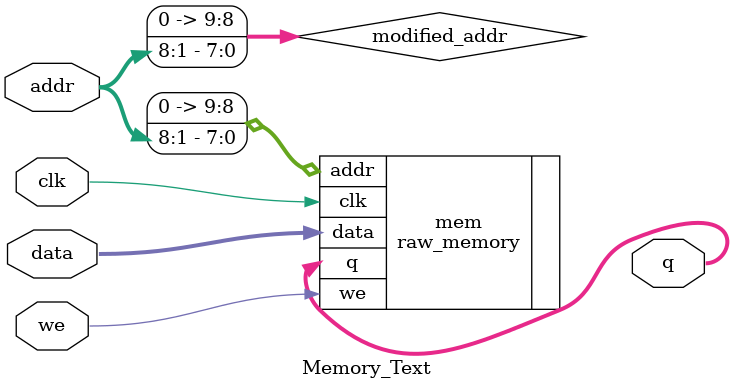
<source format=v>
module Memory_Text
(
	input [15:0] data,
	input [15:0] addr,
	input we, clk,
	output [15:0] q
);

wire[9:0] modified_addr;
assign modified_addr = {1'b0, addr[8:1]};

	raw_memory mem(
		.data(data),
		.addr(modified_addr),
		.we(we),
		.clk(clk),
		.q(q)
	);

endmodule
</source>
